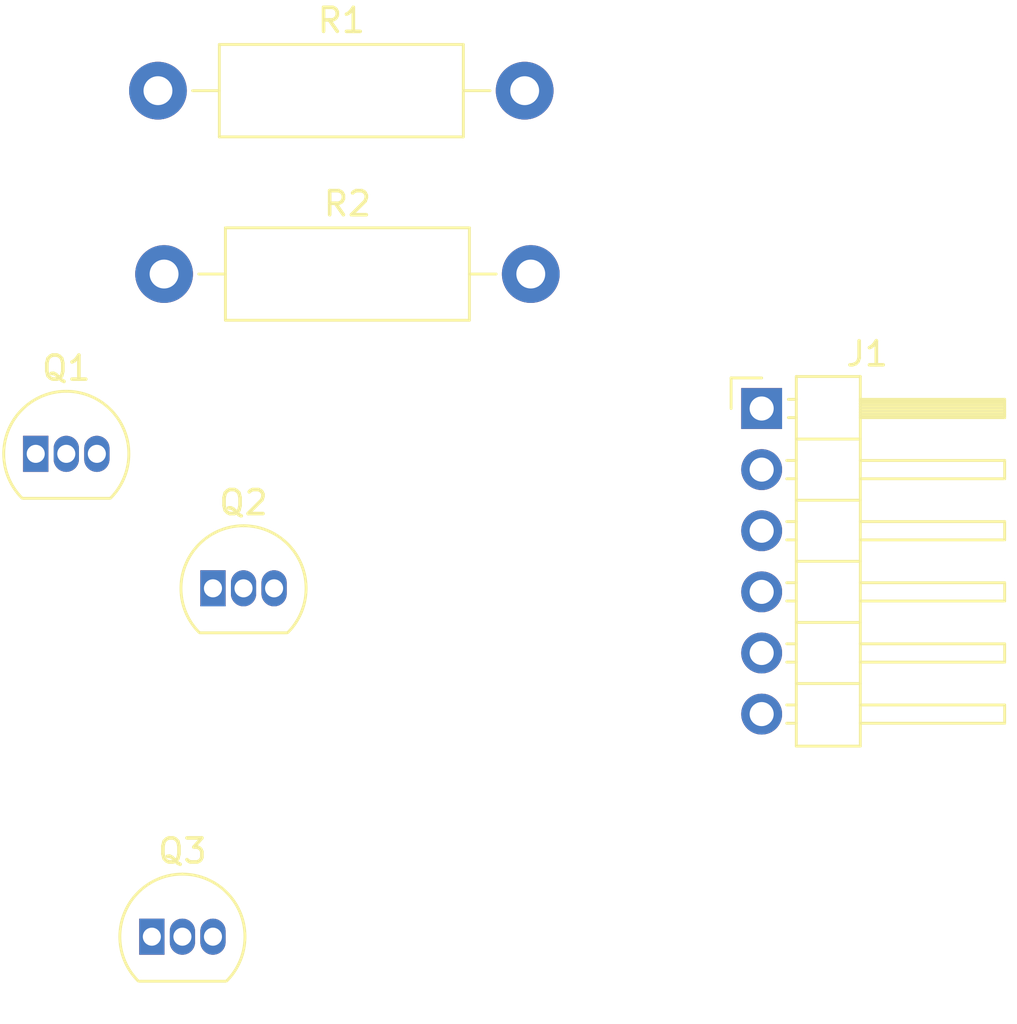
<source format=kicad_pcb>
(kicad_pcb (version 20221018) (generator pcbnew)
  (layers (0 "F.Cu" signal) (31 "B.Cu" signal) (34 "B.Paste" user) (35 "F.Paste" user) (36 "B.SilkS" user "B.Silkscreen") (37 "F.SilkS" user "F.Silkscreen") (38 "B.Mask" user) (39 "F.Mask" user) (44 "Edge.Cuts" user))
  (net 0 "")
  (net 1 "/Vcc")
  (net 2 "/SignalReset")
  (net 3 "/Out555")
  (net 4 "/StairStep")
  (net 5 "/SawTooth")
  (net 6 "GND")
  (net 7 "/X")
  (net 8 "Net-(Q1-B)")
  (net 9 "/Y")
  (footprint "Connector_PinHeader_2.54mm:PinHeader_1x06_P2.54mm_Horizontal" (layer "F.Cu") (at 76.397 39.878)
    (fp_text reference "J1" (at 4.385 -2.27) (layer "F.SilkS"))
    (fp_text value "Conn_01x06_Pin")
    (fp_line (start -1.27 -1.27) (end 0 -1.27) (stroke (width 0.12)) (layer "F.SilkS"))
    (fp_line (start -1.27 0) (end -1.27 -1.27) (stroke (width 0.12)) (layer "F.SilkS"))
    (fp_line (start 1.042929 2.16) (end 1.44 2.16) (stroke (width 0.12)) (layer "F.SilkS"))
    (fp_line (start 1.042929 2.92) (end 1.44 2.92) (stroke (width 0.12)) (layer "F.SilkS"))
    (fp_line (start 1.042929 4.7) (end 1.44 4.7) (stroke (width 0.12)) (layer "F.SilkS"))
    (fp_line (start 1.042929 5.46) (end 1.44 5.46) (stroke (width 0.12)) (layer "F.SilkS"))
    (fp_line (start 1.042929 7.24) (end 1.44 7.24) (stroke (width 0.12)) (layer "F.SilkS"))
    (fp_line (start 1.042929 8) (end 1.44 8) (stroke (width 0.12)) (layer "F.SilkS"))
    (fp_line (start 1.042929 9.78) (end 1.44 9.78) (stroke (width 0.12)) (layer "F.SilkS"))
    (fp_line (start 1.042929 10.54) (end 1.44 10.54) (stroke (width 0.12)) (layer "F.SilkS"))
    (fp_line (start 1.042929 12.32) (end 1.44 12.32) (stroke (width 0.12)) (layer "F.SilkS"))
    (fp_line (start 1.042929 13.08) (end 1.44 13.08) (stroke (width 0.12)) (layer "F.SilkS"))
    (fp_line (start 1.11 -0.38) (end 1.44 -0.38) (stroke (width 0.12)) (layer "F.SilkS"))
    (fp_line (start 1.11 0.38) (end 1.44 0.38) (stroke (width 0.12)) (layer "F.SilkS"))
    (fp_line (start 1.44 -1.33) (end 1.44 14.03) (stroke (width 0.12)) (layer "F.SilkS"))
    (fp_line (start 1.44 1.27) (end 4.1 1.27) (stroke (width 0.12)) (layer "F.SilkS"))
    (fp_line (start 1.44 3.81) (end 4.1 3.81) (stroke (width 0.12)) (layer "F.SilkS"))
    (fp_line (start 1.44 6.35) (end 4.1 6.35) (stroke (width 0.12)) (layer "F.SilkS"))
    (fp_line (start 1.44 8.89) (end 4.1 8.89) (stroke (width 0.12)) (layer "F.SilkS"))
    (fp_line (start 1.44 11.43) (end 4.1 11.43) (stroke (width 0.12)) (layer "F.SilkS"))
    (fp_line (start 1.44 14.03) (end 4.1 14.03) (stroke (width 0.12)) (layer "F.SilkS"))
    (fp_line (start 4.1 -1.33) (end 1.44 -1.33) (stroke (width 0.12)) (layer "F.SilkS"))
    (fp_line (start 4.1 -0.38) (end 10.1 -0.38) (stroke (width 0.12)) (layer "F.SilkS"))
    (fp_line (start 4.1 -0.32) (end 10.1 -0.32) (stroke (width 0.12)) (layer "F.SilkS"))
    (fp_line (start 4.1 -0.2) (end 10.1 -0.2) (stroke (width 0.12)) (layer "F.SilkS"))
    (fp_line (start 4.1 -0.08) (end 10.1 -0.08) (stroke (width 0.12)) (layer "F.SilkS"))
    (fp_line (start 4.1 0.04) (end 10.1 0.04) (stroke (width 0.12)) (layer "F.SilkS"))
    (fp_line (start 4.1 0.16) (end 10.1 0.16) (stroke (width 0.12)) (layer "F.SilkS"))
    (fp_line (start 4.1 0.28) (end 10.1 0.28) (stroke (width 0.12)) (layer "F.SilkS"))
    (fp_line (start 4.1 2.16) (end 10.1 2.16) (stroke (width 0.12)) (layer "F.SilkS"))
    (fp_line (start 4.1 4.7) (end 10.1 4.7) (stroke (width 0.12)) (layer "F.SilkS"))
    (fp_line (start 4.1 7.24) (end 10.1 7.24) (stroke (width 0.12)) (layer "F.SilkS"))
    (fp_line (start 4.1 9.78) (end 10.1 9.78) (stroke (width 0.12)) (layer "F.SilkS"))
    (fp_line (start 4.1 12.32) (end 10.1 12.32) (stroke (width 0.12)) (layer "F.SilkS"))
    (fp_line (start 4.1 14.03) (end 4.1 -1.33) (stroke (width 0.12)) (layer "F.SilkS"))
    (fp_line (start 10.1 -0.38) (end 10.1 0.38) (stroke (width 0.12)) (layer "F.SilkS"))
    (fp_line (start 10.1 0.38) (end 4.1 0.38) (stroke (width 0.12)) (layer "F.SilkS"))
    (fp_line (start 10.1 2.16) (end 10.1 2.92) (stroke (width 0.12)) (layer "F.SilkS"))
    (fp_line (start 10.1 2.92) (end 4.1 2.92) (stroke (width 0.12)) (layer "F.SilkS"))
    (fp_line (start 10.1 4.7) (end 10.1 5.46) (stroke (width 0.12)) (layer "F.SilkS"))
    (fp_line (start 10.1 5.46) (end 4.1 5.46) (stroke (width 0.12)) (layer "F.SilkS"))
    (fp_line (start 10.1 7.24) (end 10.1 8) (stroke (width 0.12)) (layer "F.SilkS"))
    (fp_line (start 10.1 8) (end 4.1 8) (stroke (width 0.12)) (layer "F.SilkS"))
    (fp_line (start 10.1 9.78) (end 10.1 10.54) (stroke (width 0.12)) (layer "F.SilkS"))
    (fp_line (start 10.1 10.54) (end 4.1 10.54) (stroke (width 0.12)) (layer "F.SilkS"))
    (fp_line (start 10.1 12.32) (end 10.1 13.08) (stroke (width 0.12)) (layer "F.SilkS"))
    (fp_line (start 10.1 13.08) (end 4.1 13.08) (stroke (width 0.12)) (layer "F.SilkS"))
    (pad "1" thru_hole rect (at 0 0) (size 1.7 1.7) (drill 1) (layers "*.Cu" "*.Mask") (net 1 "/Vcc"))
    (pad "2" thru_hole oval (at 0 2.54) (size 1.7 1.7) (drill 1) (layers "*.Cu" "*.Mask") (net 2 "/SignalReset"))
    (pad "3" thru_hole oval (at 0 5.08) (size 1.7 1.7) (drill 1) (layers "*.Cu" "*.Mask") (net 3 "/Out555"))
    (pad "4" thru_hole oval (at 0 7.62) (size 1.7 1.7) (drill 1) (layers "*.Cu" "*.Mask") (net 4 "/StairStep"))
    (pad "5" thru_hole oval (at 0 10.16) (size 1.7 1.7) (drill 1) (layers "*.Cu" "*.Mask") (net 5 "/SawTooth"))
    (pad "6" thru_hole oval (at 0 12.7) (size 1.7 1.7) (drill 1) (layers "*.Cu" "*.Mask") (net 6 "GND"))
  )
  (footprint "Resistor_THT:R_Axial_DIN0411_L9.9mm_D3.6mm_P15.24mm_Horizontal" (layer "F.Cu") (at 51.308 26.67)
    (fp_text reference "R1" (at 7.62 -2.92) (layer "F.SilkS"))
    (fp_text value "470k")
    (fp_line (start 1.44 0) (end 2.55 0) (stroke (width 0.12)) (layer "F.SilkS"))
    (fp_line (start 2.55 -1.92) (end 2.55 1.92) (stroke (width 0.12)) (layer "F.SilkS"))
    (fp_line (start 2.55 1.92) (end 12.69 1.92) (stroke (width 0.12)) (layer "F.SilkS"))
    (fp_line (start 12.69 -1.92) (end 2.55 -1.92) (stroke (width 0.12)) (layer "F.SilkS"))
    (fp_line (start 12.69 1.92) (end 12.69 -1.92) (stroke (width 0.12)) (layer "F.SilkS"))
    (fp_line (start 13.8 0) (end 12.69 0) (stroke (width 0.12)) (layer "F.SilkS"))
    (pad "1" thru_hole circle (at 0 0) (size 2.4 2.4) (drill 1.2) (layers "*.Cu" "*.Mask") (net 4 "/StairStep"))
    (pad "2" thru_hole oval (at 15.24 0) (size 2.4 2.4) (drill 1.2) (layers "*.Cu" "*.Mask") (net 8 "Net-(Q1-B)"))
  )
  (footprint "Package_TO_SOT_THT:TO-92_Inline" (layer "F.Cu") (at 46.228 41.762)
    (fp_text reference "Q1" (at 1.27 -3.56) (layer "F.SilkS"))
    (fp_text value "DUT")
    (fp_line (start -0.53 1.85) (end 3.07 1.85) (stroke (width 0.12)) (layer "F.SilkS"))
    (fp_arc (start -0.568478 1.838478) (mid -1.132087 -0.994977) (end 1.27 -2.6) (stroke (width 0.12)) (layer "F.SilkS"))
    (fp_arc (start 1.27 -2.6) (mid 3.672087 -0.994977) (end 3.108478 1.838478) (stroke (width 0.12)) (layer "F.SilkS"))
    (pad "1" thru_hole rect (at 0 0) (size 1.05 1.5) (drill 0.75) (layers "*.Cu" "*.Mask") (net 7 "/X"))
    (pad "2" thru_hole oval (at 1.27 0) (size 1.05 1.5) (drill 0.75) (layers "*.Cu" "*.Mask") (net 8 "Net-(Q1-B)"))
    (pad "3" thru_hole oval (at 2.54 0) (size 1.05 1.5) (drill 0.75) (layers "*.Cu" "*.Mask") (net 6 "GND"))
  )
  (footprint "Package_TO_SOT_THT:TO-92_Inline" (layer "F.Cu") (at 53.594 47.35)
    (fp_text reference "Q2" (at 1.27 -3.56) (layer "F.SilkS"))
    (fp_text value "2N2907")
    (fp_line (start -0.53 1.85) (end 3.07 1.85) (stroke (width 0.12)) (layer "F.SilkS"))
    (fp_arc (start -0.568478 1.838478) (mid -1.132087 -0.994977) (end 1.27 -2.6) (stroke (width 0.12)) (layer "F.SilkS"))
    (fp_arc (start 1.27 -2.6) (mid 3.672087 -0.994977) (end 3.108478 1.838478) (stroke (width 0.12)) (layer "F.SilkS"))
    (pad "1" thru_hole rect (at 0 0) (size 1.05 1.5) (drill 0.75) (layers "*.Cu" "*.Mask") (net 7 "/X"))
    (pad "2" thru_hole oval (at 1.27 0) (size 1.05 1.5) (drill 0.75) (layers "*.Cu" "*.Mask") (net 7 "/X"))
    (pad "3" thru_hole oval (at 2.54 0) (size 1.05 1.5) (drill 0.75) (layers "*.Cu" "*.Mask") (net 5 "/SawTooth"))
  )
  (footprint "Package_TO_SOT_THT:TO-92_Inline" (layer "F.Cu") (at 51.054 61.828)
    (fp_text reference "Q3" (at 1.27 -3.56) (layer "F.SilkS"))
    (fp_text value "2N2907")
    (fp_line (start -0.53 1.85) (end 3.07 1.85) (stroke (width 0.12)) (layer "F.SilkS"))
    (fp_arc (start -0.568478 1.838478) (mid -1.132087 -0.994977) (end 1.27 -2.6) (stroke (width 0.12)) (layer "F.SilkS"))
    (fp_arc (start 1.27 -2.6) (mid 3.672087 -0.994977) (end 3.108478 1.838478) (stroke (width 0.12)) (layer "F.SilkS"))
    (pad "1" thru_hole rect (at 0 0) (size 1.05 1.5) (drill 0.75) (layers "*.Cu" "*.Mask") (net 9 "/Y"))
    (pad "2" thru_hole oval (at 1.27 0) (size 1.05 1.5) (drill 0.75) (layers "*.Cu" "*.Mask") (net 7 "/X"))
    (pad "3" thru_hole oval (at 2.54 0) (size 1.05 1.5) (drill 0.75) (layers "*.Cu" "*.Mask") (net 5 "/SawTooth"))
  )
  (footprint "Resistor_THT:R_Axial_DIN0411_L9.9mm_D3.6mm_P15.24mm_Horizontal" (layer "F.Cu") (at 51.562 34.29)
    (fp_text reference "R2" (at 7.62 -2.92) (layer "F.SilkS"))
    (fp_text value "270k")
    (fp_line (start 1.44 0) (end 2.55 0) (stroke (width 0.12)) (layer "F.SilkS"))
    (fp_line (start 2.55 -1.92) (end 2.55 1.92) (stroke (width 0.12)) (layer "F.SilkS"))
    (fp_line (start 2.55 1.92) (end 12.69 1.92) (stroke (width 0.12)) (layer "F.SilkS"))
    (fp_line (start 12.69 -1.92) (end 2.55 -1.92) (stroke (width 0.12)) (layer "F.SilkS"))
    (fp_line (start 12.69 1.92) (end 12.69 -1.92) (stroke (width 0.12)) (layer "F.SilkS"))
    (fp_line (start 13.8 0) (end 12.69 0) (stroke (width 0.12)) (layer "F.SilkS"))
    (pad "1" thru_hole circle (at 0 0) (size 2.4 2.4) (drill 1.2) (layers "*.Cu" "*.Mask") (net 9 "/Y"))
    (pad "2" thru_hole oval (at 15.24 0) (size 2.4 2.4) (drill 1.2) (layers "*.Cu" "*.Mask") (net 6 "GND"))
  )
)
</source>
